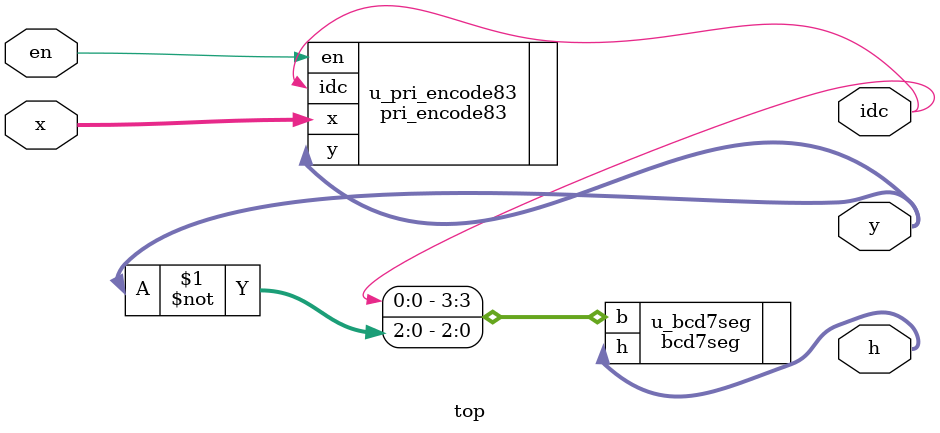
<source format=v>
module top (
        input  [7:0] x,
        input  en,
        output reg [6:0] h,
        output idc,
        output reg [2:0] y
    );

    pri_encode83 u_pri_encode83(
                     .x   (x  ),
                     .en  (en ),
                     .idc (idc),
                     .y   (y  )
                 );
    bcd7seg u_bcd7seg(
                .b({idc, ~y}),
                .h(h)
            );


endmodule //top

</source>
